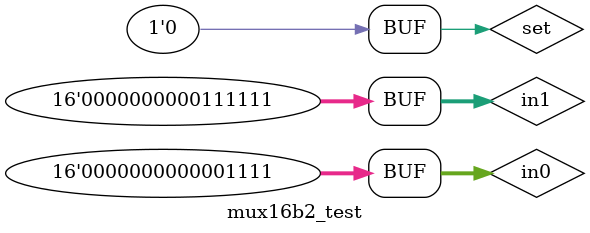
<source format=v>
`timescale 1ns / 1ps


module mux16b2_test;

	// Inputs
	reg [15:0] in0;
	reg [15:0] in1;
	reg set;

	// Outputs
	wire [15:0] out;

	// Instantiate the Unit Under Test (UUT)
	mux16b2 uut (
		.in0(in0), 
		.in1(in1), 
		.out(out), 
		.set(set)
	);

	initial begin
		// Initialize Inputs
		in0 = 0;
		in1 = 0;
		set = 0;

		// Wait 100 ns for global reset to finish
		#100;
        
		// Add stimulus here
		in0 = 15;
		in1 = 63;
		// Testing different set signals
		
		// set = 0
		#20
		set = 1;
		#20

		// End test
		set = 0;
		#20;

	end
      
endmodule


</source>
